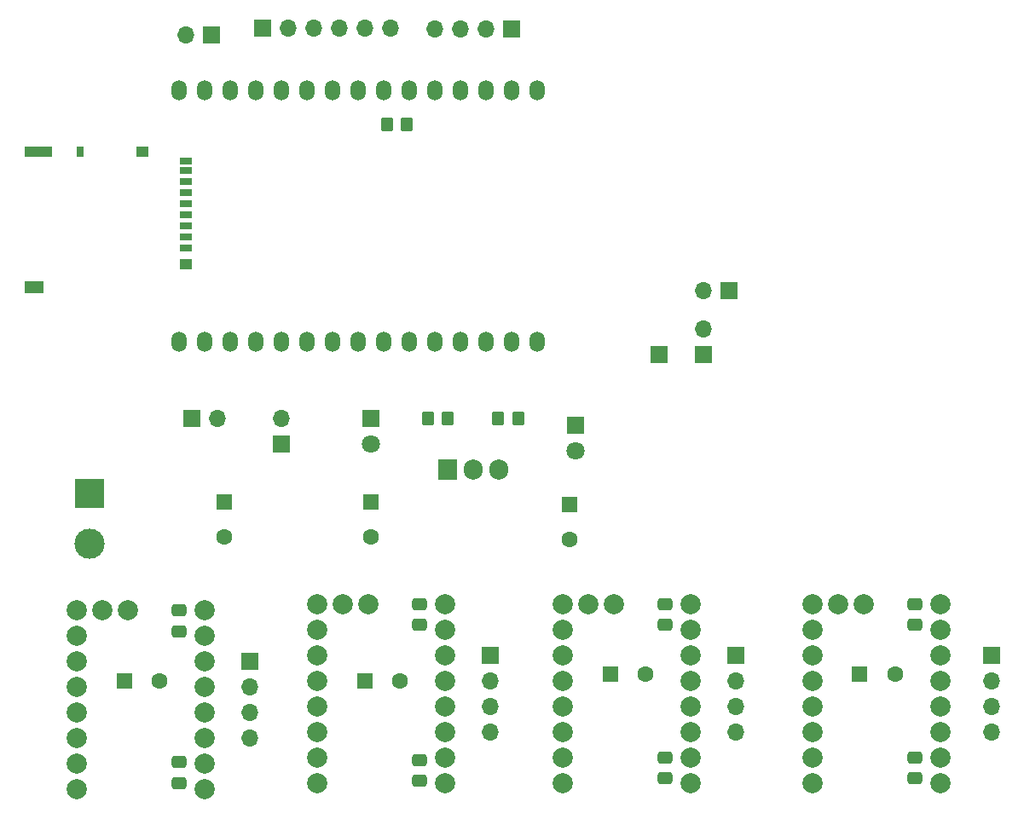
<source format=gbr>
%TF.GenerationSoftware,KiCad,Pcbnew,6.0.0-d3dd2cf0fa~116~ubuntu20.04.1*%
%TF.CreationDate,2022-01-03T11:45:49-03:00*%
%TF.ProjectId,CNC,434e432e-6b69-4636-9164-5f7063625858,1*%
%TF.SameCoordinates,Original*%
%TF.FileFunction,Soldermask,Top*%
%TF.FilePolarity,Negative*%
%FSLAX46Y46*%
G04 Gerber Fmt 4.6, Leading zero omitted, Abs format (unit mm)*
G04 Created by KiCad (PCBNEW 6.0.0-d3dd2cf0fa~116~ubuntu20.04.1) date 2022-01-03 11:45:49*
%MOMM*%
%LPD*%
G01*
G04 APERTURE LIST*
G04 Aperture macros list*
%AMRoundRect*
0 Rectangle with rounded corners*
0 $1 Rounding radius*
0 $2 $3 $4 $5 $6 $7 $8 $9 X,Y pos of 4 corners*
0 Add a 4 corners polygon primitive as box body*
4,1,4,$2,$3,$4,$5,$6,$7,$8,$9,$2,$3,0*
0 Add four circle primitives for the rounded corners*
1,1,$1+$1,$2,$3*
1,1,$1+$1,$4,$5*
1,1,$1+$1,$6,$7*
1,1,$1+$1,$8,$9*
0 Add four rect primitives between the rounded corners*
20,1,$1+$1,$2,$3,$4,$5,0*
20,1,$1+$1,$4,$5,$6,$7,0*
20,1,$1+$1,$6,$7,$8,$9,0*
20,1,$1+$1,$8,$9,$2,$3,0*%
G04 Aperture macros list end*
%ADD10O,1.500000X2.000000*%
%ADD11R,1.600000X1.600000*%
%ADD12C,1.600000*%
%ADD13R,1.905000X2.000000*%
%ADD14O,1.905000X2.000000*%
%ADD15R,1.800000X1.800000*%
%ADD16C,1.800000*%
%ADD17RoundRect,0.250000X-0.475000X0.337500X-0.475000X-0.337500X0.475000X-0.337500X0.475000X0.337500X0*%
%ADD18C,2.000000*%
%ADD19RoundRect,0.250000X-0.350000X-0.450000X0.350000X-0.450000X0.350000X0.450000X-0.350000X0.450000X0*%
%ADD20R,1.700000X1.700000*%
%ADD21O,1.700000X1.700000*%
%ADD22RoundRect,0.250000X0.350000X0.450000X-0.350000X0.450000X-0.350000X-0.450000X0.350000X-0.450000X0*%
%ADD23R,3.000000X3.000000*%
%ADD24C,3.000000*%
%ADD25R,1.200000X0.700000*%
%ADD26R,0.800000X1.000000*%
%ADD27R,1.900000X1.300000*%
%ADD28R,1.200000X1.000000*%
%ADD29R,2.800000X1.000000*%
G04 APERTURE END LIST*
D10*
%TO.C,U2*%
X115505480Y-91262865D03*
X118045480Y-91262865D03*
X120585480Y-91262865D03*
X123125480Y-91262865D03*
X125665480Y-91262865D03*
X128205480Y-91262865D03*
X130745480Y-91262865D03*
X133285480Y-91262865D03*
X135825480Y-91262865D03*
X138365480Y-91262865D03*
X140905480Y-91262865D03*
X143445480Y-91262865D03*
X145985480Y-91262865D03*
X148525480Y-91262865D03*
X151065480Y-91262865D03*
X151065480Y-66262865D03*
X148525480Y-66262865D03*
X145985480Y-66262865D03*
X143445480Y-66262865D03*
X140905480Y-66262865D03*
X138365480Y-66262865D03*
X135825480Y-66262865D03*
X133285480Y-66262865D03*
X130745480Y-66262865D03*
X128205480Y-66262865D03*
X125665480Y-66262865D03*
X123125480Y-66262865D03*
X120585480Y-66262865D03*
X118045480Y-66262865D03*
X115505480Y-66262865D03*
%TD*%
D11*
%TO.C,C11*%
X158302829Y-124272865D03*
D12*
X161802829Y-124272865D03*
%TD*%
D13*
%TO.C,U1*%
X142175480Y-103962865D03*
D14*
X144715480Y-103962865D03*
X147255480Y-103962865D03*
%TD*%
D15*
%TO.C,D2*%
X154875480Y-99517865D03*
D16*
X154875480Y-102057865D03*
%TD*%
D11*
%TO.C,C3*%
X154240480Y-107390214D03*
D12*
X154240480Y-110890214D03*
%TD*%
D17*
%TO.C,C7*%
X139383131Y-117297865D03*
X139383131Y-119372865D03*
%TD*%
D18*
%TO.C,U4*%
X178370480Y-117287865D03*
X178370480Y-119827865D03*
X178370480Y-122367865D03*
X178370480Y-124907865D03*
X178370480Y-127447865D03*
X178370480Y-129987865D03*
X178370480Y-132527865D03*
X178370480Y-135067865D03*
X191070480Y-135067865D03*
X191070480Y-132527865D03*
X191070480Y-129987865D03*
X191070480Y-127447865D03*
X191070480Y-124907865D03*
X191070480Y-122367865D03*
X191070480Y-119827865D03*
X191070480Y-117287865D03*
X183450480Y-117287865D03*
X180910480Y-117287865D03*
%TD*%
D19*
%TO.C,R3*%
X136095480Y-69672865D03*
X138095480Y-69672865D03*
%TD*%
D17*
%TO.C,C13*%
X163765480Y-132537865D03*
X163765480Y-134612865D03*
%TD*%
%TO.C,C8*%
X188530480Y-132537865D03*
X188530480Y-134612865D03*
%TD*%
D15*
%TO.C,D1*%
X134555480Y-98882865D03*
D16*
X134555480Y-101422865D03*
%TD*%
D20*
%TO.C,JP2*%
X167575480Y-92537865D03*
D21*
X167575480Y-89997865D03*
%TD*%
D20*
%TO.C,MOT_Y1*%
X170750480Y-122377865D03*
D21*
X170750480Y-124917865D03*
X170750480Y-127457865D03*
X170750480Y-129997865D03*
%TD*%
D20*
%TO.C,MOT_Z1*%
X146368131Y-122387865D03*
D21*
X146368131Y-124927865D03*
X146368131Y-127467865D03*
X146368131Y-130007865D03*
%TD*%
D20*
%TO.C,J5*%
X118680480Y-60782865D03*
D21*
X116140480Y-60782865D03*
%TD*%
D18*
%TO.C,U6*%
X153605480Y-117287865D03*
X153605480Y-119827865D03*
X153605480Y-122367865D03*
X153605480Y-124907865D03*
X153605480Y-127447865D03*
X153605480Y-129987865D03*
X153605480Y-132527865D03*
X153605480Y-135067865D03*
X166305480Y-135067865D03*
X166305480Y-132527865D03*
X166305480Y-129987865D03*
X166305480Y-127447865D03*
X166305480Y-124907865D03*
X166305480Y-122367865D03*
X166305480Y-119827865D03*
X166305480Y-117287865D03*
X158685480Y-117287865D03*
X156145480Y-117287865D03*
%TD*%
D20*
%TO.C,J3*%
X123760480Y-60077865D03*
D21*
X126300480Y-60077865D03*
X128840480Y-60077865D03*
X131380480Y-60077865D03*
X133920480Y-60077865D03*
X136460480Y-60077865D03*
%TD*%
D22*
%TO.C,R1*%
X142175480Y-98882865D03*
X140175480Y-98882865D03*
%TD*%
D20*
%TO.C,JP4*%
X125665480Y-101422865D03*
D21*
X125665480Y-98882865D03*
%TD*%
D23*
%TO.C,J1*%
X106615480Y-106330516D03*
D24*
X106615480Y-111330516D03*
%TD*%
D20*
%TO.C,MOT_A1*%
X122490480Y-123012865D03*
D21*
X122490480Y-125552865D03*
X122490480Y-128092865D03*
X122490480Y-130632865D03*
%TD*%
D11*
%TO.C,C2*%
X134555480Y-107137865D03*
D12*
X134555480Y-110637865D03*
%TD*%
D20*
%TO.C,J2*%
X163130480Y-92532865D03*
%TD*%
D17*
%TO.C,C14*%
X115505480Y-117922865D03*
X115505480Y-119997865D03*
%TD*%
D20*
%TO.C,J6*%
X148525480Y-60147865D03*
D21*
X145985480Y-60147865D03*
X143445480Y-60147865D03*
X140905480Y-60147865D03*
%TD*%
D17*
%TO.C,C12*%
X115505480Y-132992865D03*
X115505480Y-135067865D03*
%TD*%
%TO.C,C15*%
X163765480Y-117297865D03*
X163765480Y-119372865D03*
%TD*%
D19*
%TO.C,R2*%
X147160480Y-98882865D03*
X149160480Y-98882865D03*
%TD*%
D11*
%TO.C,C1*%
X119950480Y-107137865D03*
D12*
X119950480Y-110637865D03*
%TD*%
D18*
%TO.C,U5*%
X105345480Y-117922865D03*
X105345480Y-120462865D03*
X105345480Y-123002865D03*
X105345480Y-125542865D03*
X105345480Y-128082865D03*
X105345480Y-130622865D03*
X105345480Y-133162865D03*
X105345480Y-135702865D03*
X118045480Y-135702865D03*
X118045480Y-133162865D03*
X118045480Y-130622865D03*
X118045480Y-128082865D03*
X118045480Y-125542865D03*
X118045480Y-123002865D03*
X118045480Y-120462865D03*
X118045480Y-117922865D03*
X110425480Y-117922865D03*
X107885480Y-117922865D03*
%TD*%
D17*
%TO.C,C9*%
X188530480Y-117297865D03*
X188530480Y-119372865D03*
%TD*%
%TO.C,C5*%
X139383131Y-132770365D03*
X139383131Y-134845365D03*
%TD*%
D11*
%TO.C,C6*%
X183067829Y-124272865D03*
D12*
X186567829Y-124272865D03*
%TD*%
D18*
%TO.C,U3*%
X129223131Y-117297865D03*
X129223131Y-119837865D03*
X129223131Y-122377865D03*
X129223131Y-124917865D03*
X129223131Y-127457865D03*
X129223131Y-129997865D03*
X129223131Y-132537865D03*
X129223131Y-135077865D03*
X141923131Y-135077865D03*
X141923131Y-132537865D03*
X141923131Y-129997865D03*
X141923131Y-127457865D03*
X141923131Y-124917865D03*
X141923131Y-122377865D03*
X141923131Y-119837865D03*
X141923131Y-117297865D03*
X134303131Y-117297865D03*
X131763131Y-117297865D03*
%TD*%
D11*
%TO.C,C4*%
X133920480Y-124917865D03*
D12*
X137420480Y-124917865D03*
%TD*%
D11*
%TO.C,C10*%
X110042829Y-124907865D03*
D12*
X113542829Y-124907865D03*
%TD*%
D25*
%TO.C,J4*%
X116170480Y-81942865D03*
X116170480Y-80842865D03*
X116170480Y-79742865D03*
X116170480Y-78642865D03*
X116170480Y-77542865D03*
X116170480Y-76442865D03*
X116170480Y-75342865D03*
X116170480Y-74242865D03*
X116170480Y-73292865D03*
D26*
X105670480Y-72342865D03*
D27*
X101070480Y-85842865D03*
D28*
X116170480Y-83492865D03*
X111870480Y-72342865D03*
D29*
X101520480Y-72342865D03*
%TD*%
D20*
%TO.C,JP1*%
X170115480Y-86182865D03*
D21*
X167575480Y-86182865D03*
%TD*%
D20*
%TO.C,MOT_X1*%
X196150480Y-122377865D03*
D21*
X196150480Y-124917865D03*
X196150480Y-127457865D03*
X196150480Y-129997865D03*
%TD*%
D20*
%TO.C,JP3*%
X116775480Y-98882865D03*
D21*
X119315480Y-98882865D03*
%TD*%
M02*

</source>
